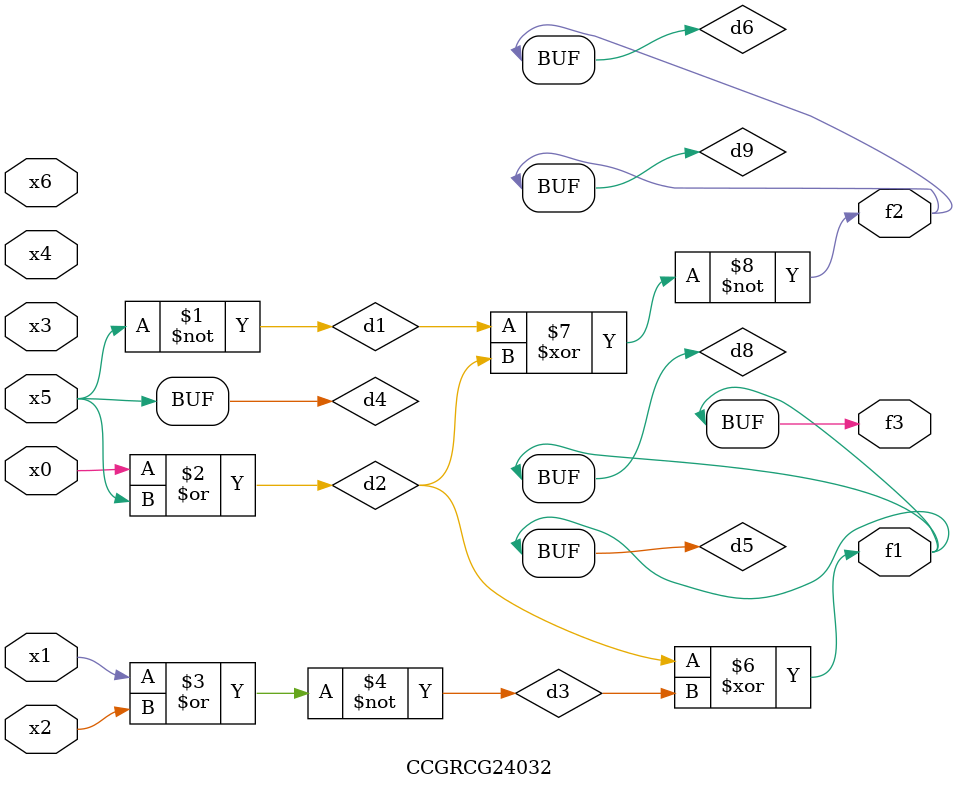
<source format=v>
module CCGRCG24032(
	input x0, x1, x2, x3, x4, x5, x6,
	output f1, f2, f3
);

	wire d1, d2, d3, d4, d5, d6, d7, d8, d9;

	nand (d1, x5);
	or (d2, x0, x5);
	nor (d3, x1, x2);
	xnor (d4, d1);
	xor (d5, d2, d3);
	xnor (d6, d1, d2);
	not (d7, x4);
	buf (d8, d5);
	xor (d9, d6);
	assign f1 = d8;
	assign f2 = d9;
	assign f3 = d8;
endmodule

</source>
